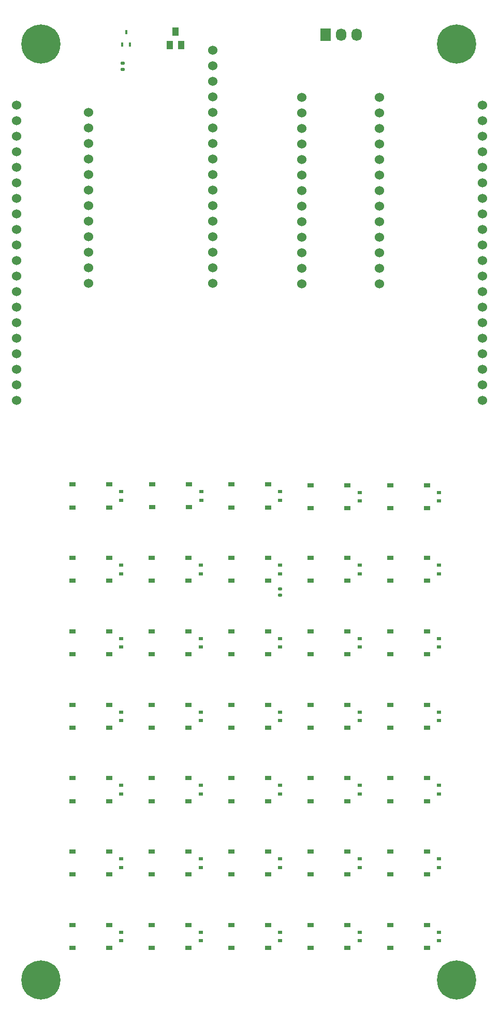
<source format=gbr>
%TF.GenerationSoftware,KiCad,Pcbnew,(6.0.7)*%
%TF.CreationDate,2022-10-02T21:12:28-04:00*%
%TF.ProjectId,Calculator,43616c63-756c-4617-946f-722e6b696361,rev?*%
%TF.SameCoordinates,Original*%
%TF.FileFunction,Soldermask,Top*%
%TF.FilePolarity,Negative*%
%FSLAX46Y46*%
G04 Gerber Fmt 4.6, Leading zero omitted, Abs format (unit mm)*
G04 Created by KiCad (PCBNEW (6.0.7)) date 2022-10-02 21:12:28*
%MOMM*%
%LPD*%
G01*
G04 APERTURE LIST*
G04 Aperture macros list*
%AMRoundRect*
0 Rectangle with rounded corners*
0 $1 Rounding radius*
0 $2 $3 $4 $5 $6 $7 $8 $9 X,Y pos of 4 corners*
0 Add a 4 corners polygon primitive as box body*
4,1,4,$2,$3,$4,$5,$6,$7,$8,$9,$2,$3,0*
0 Add four circle primitives for the rounded corners*
1,1,$1+$1,$2,$3*
1,1,$1+$1,$4,$5*
1,1,$1+$1,$6,$7*
1,1,$1+$1,$8,$9*
0 Add four rect primitives between the rounded corners*
20,1,$1+$1,$2,$3,$4,$5,0*
20,1,$1+$1,$4,$5,$6,$7,0*
20,1,$1+$1,$6,$7,$8,$9,0*
20,1,$1+$1,$8,$9,$2,$3,0*%
G04 Aperture macros list end*
%ADD10C,1.524000*%
%ADD11R,1.000000X1.400000*%
%ADD12R,1.730000X2.030000*%
%ADD13O,1.730000X2.030000*%
%ADD14R,1.000000X0.750000*%
%ADD15R,0.700000X0.600000*%
%ADD16RoundRect,0.135000X-0.185000X0.135000X-0.185000X-0.135000X0.185000X-0.135000X0.185000X0.135000X0*%
%ADD17RoundRect,0.135000X0.185000X-0.135000X0.185000X0.135000X-0.185000X0.135000X-0.185000X-0.135000X0*%
%ADD18C,0.800000*%
%ADD19C,6.400000*%
%ADD20R,0.450000X0.700000*%
G04 APERTURE END LIST*
D10*
%TO.C,U2*%
X85940000Y-67270000D03*
X85940000Y-64730000D03*
X85940000Y-62190000D03*
X85940000Y-59650000D03*
X85940000Y-57110000D03*
X85940000Y-54570000D03*
X85940000Y-52030000D03*
X85940000Y-49490000D03*
X85940000Y-46950000D03*
X85940000Y-44410000D03*
X85940000Y-41870000D03*
X85940000Y-39330000D03*
X85940000Y-36790000D03*
X85940000Y-34250000D03*
X85940000Y-31710000D03*
X85940000Y-29170000D03*
X65620000Y-67270000D03*
X65620000Y-64730000D03*
X65620000Y-62190000D03*
X65620000Y-59650000D03*
X65620000Y-57110000D03*
X65620000Y-54570000D03*
X65620000Y-52030000D03*
X65620000Y-49490000D03*
X65620000Y-46950000D03*
X65620000Y-44410000D03*
X65620000Y-41870000D03*
X65620000Y-39330000D03*
%TD*%
%TO.C,U1*%
X53870000Y-86350000D03*
X53870000Y-83810000D03*
X53870000Y-81270000D03*
X53870000Y-78730000D03*
X53870000Y-76190000D03*
X53870000Y-73650000D03*
X53870000Y-71110000D03*
X53870000Y-68570000D03*
X53870000Y-66030000D03*
X53870000Y-63490000D03*
X53870000Y-60950000D03*
X53870000Y-58410000D03*
X53870000Y-55870000D03*
X53870000Y-53330000D03*
X53870000Y-50790000D03*
X53870000Y-48250000D03*
X53870000Y-45710000D03*
X53870000Y-43170000D03*
X53870000Y-40630000D03*
X53870000Y-38090000D03*
X130070000Y-86350000D03*
X130070000Y-83810000D03*
X130070000Y-81270000D03*
X130070000Y-78730000D03*
X130070000Y-76190000D03*
X130070000Y-73650000D03*
X130070000Y-71110000D03*
X130070000Y-68570000D03*
X130070000Y-66030000D03*
X130070000Y-63490000D03*
X130070000Y-60950000D03*
X130070000Y-58410000D03*
X130070000Y-55870000D03*
X130070000Y-53330000D03*
X130070000Y-50790000D03*
X130070000Y-48250000D03*
X130070000Y-45710000D03*
X130070000Y-43170000D03*
X130070000Y-40630000D03*
X130070000Y-38090000D03*
%TD*%
D11*
%TO.C,Q2*%
X78925000Y-28325000D03*
X80825000Y-28325000D03*
X79875000Y-26125000D03*
%TD*%
D12*
%TO.C,CN1*%
X104450000Y-26625000D03*
D13*
X106990000Y-26625000D03*
X109530000Y-26625000D03*
%TD*%
D14*
%TO.C,SW9*%
X82000000Y-115875000D03*
X76000000Y-115875000D03*
X82000000Y-112125000D03*
X76000000Y-112125000D03*
%TD*%
%TO.C,SW25*%
X108000000Y-139875000D03*
X102000000Y-139875000D03*
X108000000Y-136125000D03*
X102000000Y-136125000D03*
%TD*%
%TO.C,SW2*%
X69000000Y-115875000D03*
X63000000Y-115875000D03*
X69000000Y-112125000D03*
X63000000Y-112125000D03*
%TD*%
%TO.C,SW27*%
X108000000Y-163875000D03*
X102000000Y-163875000D03*
X108000000Y-160125000D03*
X102000000Y-160125000D03*
%TD*%
%TO.C,SW6*%
X69000000Y-163875000D03*
X63000000Y-163875000D03*
X69000000Y-160125000D03*
X63000000Y-160125000D03*
%TD*%
D15*
%TO.C,D6*%
X71000000Y-161300000D03*
X71000000Y-162700000D03*
%TD*%
D14*
%TO.C,SW13*%
X82000000Y-163875000D03*
X76000000Y-163875000D03*
X82000000Y-160125000D03*
X76000000Y-160125000D03*
%TD*%
D15*
%TO.C,D32*%
X123000000Y-137300000D03*
X123000000Y-138700000D03*
%TD*%
%TO.C,D11*%
X84000000Y-137300000D03*
X84000000Y-138700000D03*
%TD*%
%TO.C,D7*%
X71000000Y-173300000D03*
X71000000Y-174700000D03*
%TD*%
%TO.C,D27*%
X110000000Y-161300000D03*
X110000000Y-162700000D03*
%TD*%
D16*
%TO.C,R2*%
X71200000Y-31290000D03*
X71200000Y-32310000D03*
%TD*%
D15*
%TO.C,D5*%
X71000000Y-149300000D03*
X71000000Y-150700000D03*
%TD*%
D17*
%TO.C,R1*%
X97000000Y-118220000D03*
X97000000Y-117200000D03*
%TD*%
D15*
%TO.C,D29*%
X123000000Y-101425000D03*
X123000000Y-102825000D03*
%TD*%
%TO.C,D25*%
X110000000Y-137300000D03*
X110000000Y-138700000D03*
%TD*%
D14*
%TO.C,SW14*%
X82000000Y-175875000D03*
X76000000Y-175875000D03*
X82000000Y-172125000D03*
X76000000Y-172125000D03*
%TD*%
%TO.C,SW20*%
X95000000Y-163875000D03*
X89000000Y-163875000D03*
X95000000Y-160125000D03*
X89000000Y-160125000D03*
%TD*%
D15*
%TO.C,D4*%
X71000000Y-137300000D03*
X71000000Y-138700000D03*
%TD*%
D14*
%TO.C,SW33*%
X121000000Y-151875000D03*
X115000000Y-151875000D03*
X121000000Y-148125000D03*
X115000000Y-148125000D03*
%TD*%
D15*
%TO.C,D22*%
X110000000Y-101425000D03*
X110000000Y-102825000D03*
%TD*%
%TO.C,D21*%
X97000000Y-173300000D03*
X97000000Y-174700000D03*
%TD*%
D18*
%TO.C,H2*%
X128275000Y-28125000D03*
D19*
X125875000Y-28125000D03*
D18*
X124177944Y-29822056D03*
X124177944Y-26427944D03*
X123475000Y-28125000D03*
X127572056Y-26427944D03*
X125875000Y-30525000D03*
X127572056Y-29822056D03*
X125875000Y-25725000D03*
%TD*%
D15*
%TO.C,D18*%
X97000000Y-137300000D03*
X97000000Y-138700000D03*
%TD*%
%TO.C,D35*%
X123000000Y-173300000D03*
X123000000Y-174700000D03*
%TD*%
%TO.C,D19*%
X97000000Y-149300000D03*
X97000000Y-150700000D03*
%TD*%
D18*
%TO.C,H1*%
X56177944Y-29822056D03*
X55475000Y-28125000D03*
D19*
X57875000Y-28125000D03*
D18*
X57875000Y-25725000D03*
X59572056Y-29822056D03*
X60275000Y-28125000D03*
X56177944Y-26427944D03*
X57875000Y-30525000D03*
X59572056Y-26427944D03*
%TD*%
D15*
%TO.C,D3*%
X71000000Y-125300000D03*
X71000000Y-126700000D03*
%TD*%
%TO.C,D26*%
X110000000Y-149300000D03*
X110000000Y-150700000D03*
%TD*%
D14*
%TO.C,SW22*%
X108000000Y-104000000D03*
X102000000Y-104000000D03*
X108000000Y-100250000D03*
X102000000Y-100250000D03*
%TD*%
%TO.C,SW5*%
X69000000Y-151875000D03*
X63000000Y-151875000D03*
X69000000Y-148125000D03*
X63000000Y-148125000D03*
%TD*%
D15*
%TO.C,D30*%
X123000000Y-113300000D03*
X123000000Y-114700000D03*
%TD*%
%TO.C,D2*%
X71000000Y-113300000D03*
X71000000Y-114700000D03*
%TD*%
%TO.C,D13*%
X84000000Y-161300000D03*
X84000000Y-162700000D03*
%TD*%
D14*
%TO.C,SW32*%
X121000000Y-139875000D03*
X115000000Y-139875000D03*
X121000000Y-136125000D03*
X115000000Y-136125000D03*
%TD*%
%TO.C,SW12*%
X82000000Y-151875000D03*
X76000000Y-151875000D03*
X82000000Y-148125000D03*
X76000000Y-148125000D03*
%TD*%
%TO.C,SW15*%
X95000000Y-103875000D03*
X89000000Y-103875000D03*
X95000000Y-100125000D03*
X89000000Y-100125000D03*
%TD*%
D15*
%TO.C,D20*%
X97000000Y-161300000D03*
X97000000Y-162700000D03*
%TD*%
D14*
%TO.C,SW16*%
X95000000Y-115875000D03*
X89000000Y-115875000D03*
X95000000Y-112125000D03*
X89000000Y-112125000D03*
%TD*%
D15*
%TO.C,D10*%
X84000000Y-125300000D03*
X84000000Y-126700000D03*
%TD*%
D18*
%TO.C,H4*%
X127572056Y-182822056D03*
X124177944Y-179427944D03*
X127572056Y-179427944D03*
X125875000Y-178725000D03*
X123475000Y-181125000D03*
X125875000Y-183525000D03*
X128275000Y-181125000D03*
X124177944Y-182822056D03*
D19*
X125875000Y-181125000D03*
%TD*%
D14*
%TO.C,SW11*%
X82000000Y-139875000D03*
X76000000Y-139875000D03*
X82000000Y-136125000D03*
X76000000Y-136125000D03*
%TD*%
D15*
%TO.C,D1*%
X71000000Y-101300000D03*
X71000000Y-102700000D03*
%TD*%
D14*
%TO.C,SW21*%
X95000000Y-175875000D03*
X89000000Y-175875000D03*
X95000000Y-172125000D03*
X89000000Y-172125000D03*
%TD*%
D15*
%TO.C,D31*%
X123000000Y-125300000D03*
X123000000Y-126700000D03*
%TD*%
D20*
%TO.C,Q1*%
X71150000Y-28200000D03*
X72450000Y-28200000D03*
X71800000Y-26200000D03*
%TD*%
D14*
%TO.C,SW31*%
X121000000Y-127875000D03*
X115000000Y-127875000D03*
X121000000Y-124125000D03*
X115000000Y-124125000D03*
%TD*%
D15*
%TO.C,D15*%
X97000000Y-101300000D03*
X97000000Y-102700000D03*
%TD*%
D14*
%TO.C,SW29*%
X121000000Y-104000000D03*
X115000000Y-104000000D03*
X121000000Y-100250000D03*
X115000000Y-100250000D03*
%TD*%
%TO.C,SW4*%
X69000000Y-139875000D03*
X63000000Y-139875000D03*
X69000000Y-136125000D03*
X63000000Y-136125000D03*
%TD*%
%TO.C,SW34*%
X121000000Y-163875000D03*
X115000000Y-163875000D03*
X121000000Y-160125000D03*
X115000000Y-160125000D03*
%TD*%
D15*
%TO.C,D16*%
X97000000Y-113300000D03*
X97000000Y-114700000D03*
%TD*%
%TO.C,D9*%
X84000000Y-113300000D03*
X84000000Y-114700000D03*
%TD*%
%TO.C,D12*%
X84000000Y-149300000D03*
X84000000Y-150700000D03*
%TD*%
D14*
%TO.C,SW3*%
X69000000Y-127875000D03*
X63000000Y-127875000D03*
X69000000Y-124125000D03*
X63000000Y-124125000D03*
%TD*%
%TO.C,SW19*%
X95000000Y-151875000D03*
X89000000Y-151875000D03*
X95000000Y-148125000D03*
X89000000Y-148125000D03*
%TD*%
%TO.C,SW35*%
X121000000Y-175875000D03*
X115000000Y-175875000D03*
X121000000Y-172125000D03*
X115000000Y-172125000D03*
%TD*%
%TO.C,SW7*%
X69000000Y-175875000D03*
X63000000Y-175875000D03*
X69000000Y-172125000D03*
X63000000Y-172125000D03*
%TD*%
%TO.C,SW1*%
X69000000Y-103875000D03*
X63000000Y-103875000D03*
X69000000Y-100125000D03*
X63000000Y-100125000D03*
%TD*%
D15*
%TO.C,D8*%
X84060000Y-101280000D03*
X84060000Y-102680000D03*
%TD*%
D14*
%TO.C,SW8*%
X82060000Y-103855000D03*
X76060000Y-103855000D03*
X82060000Y-100105000D03*
X76060000Y-100105000D03*
%TD*%
%TO.C,SW28*%
X108000000Y-175875000D03*
X102000000Y-175875000D03*
X108000000Y-172125000D03*
X102000000Y-172125000D03*
%TD*%
%TO.C,SW23*%
X108000000Y-115875000D03*
X102000000Y-115875000D03*
X108000000Y-112125000D03*
X102000000Y-112125000D03*
%TD*%
%TO.C,SW17*%
X95000000Y-127875000D03*
X89000000Y-127875000D03*
X95000000Y-124125000D03*
X89000000Y-124125000D03*
%TD*%
D15*
%TO.C,D24*%
X110000000Y-125300000D03*
X110000000Y-126700000D03*
%TD*%
%TO.C,D17*%
X97000000Y-125300000D03*
X97000000Y-126700000D03*
%TD*%
%TO.C,D23*%
X110000000Y-113300000D03*
X110000000Y-114700000D03*
%TD*%
D18*
%TO.C,H3*%
X56177944Y-179427944D03*
X57875000Y-178725000D03*
X59572056Y-182822056D03*
X56177944Y-182822056D03*
D19*
X57875000Y-181125000D03*
D18*
X59572056Y-179427944D03*
X57875000Y-183525000D03*
X55475000Y-181125000D03*
X60275000Y-181125000D03*
%TD*%
D14*
%TO.C,SW18*%
X95000000Y-139875000D03*
X89000000Y-139875000D03*
X95000000Y-136125000D03*
X89000000Y-136125000D03*
%TD*%
%TO.C,SW30*%
X121000000Y-115875000D03*
X115000000Y-115875000D03*
X121000000Y-112125000D03*
X115000000Y-112125000D03*
%TD*%
%TO.C,SW24*%
X108000000Y-127875000D03*
X102000000Y-127875000D03*
X108000000Y-124125000D03*
X102000000Y-124125000D03*
%TD*%
D15*
%TO.C,D34*%
X123000000Y-161300000D03*
X123000000Y-162700000D03*
%TD*%
%TO.C,D28*%
X110000000Y-173300000D03*
X110000000Y-174700000D03*
%TD*%
%TO.C,D14*%
X84000000Y-173300000D03*
X84000000Y-174700000D03*
%TD*%
D14*
%TO.C,SW10*%
X82000000Y-127875000D03*
X76000000Y-127875000D03*
X82000000Y-124125000D03*
X76000000Y-124125000D03*
%TD*%
%TO.C,SW26*%
X108000000Y-151875000D03*
X102000000Y-151875000D03*
X108000000Y-148125000D03*
X102000000Y-148125000D03*
%TD*%
D15*
%TO.C,D33*%
X123000000Y-149300000D03*
X123000000Y-150700000D03*
%TD*%
D10*
%TO.C,U3*%
X100555000Y-67335000D03*
X100555000Y-64795000D03*
X100555000Y-62255000D03*
X100555000Y-59715000D03*
X100555000Y-57175000D03*
X100555000Y-54635000D03*
X100555000Y-52095000D03*
X100555000Y-49555000D03*
X100555000Y-47015000D03*
X100555000Y-44475000D03*
X100555000Y-41935000D03*
X100555000Y-39395000D03*
X100555000Y-36855000D03*
X113255000Y-67335000D03*
X113255000Y-64795000D03*
X113255000Y-62255000D03*
X113255000Y-59715000D03*
X113255000Y-57175000D03*
X113255000Y-54635000D03*
X113255000Y-52095000D03*
X113255000Y-49555000D03*
X113255000Y-47015000D03*
X113255000Y-44475000D03*
X113255000Y-41935000D03*
X113255000Y-39395000D03*
X113255000Y-36855000D03*
%TD*%
M02*

</source>
